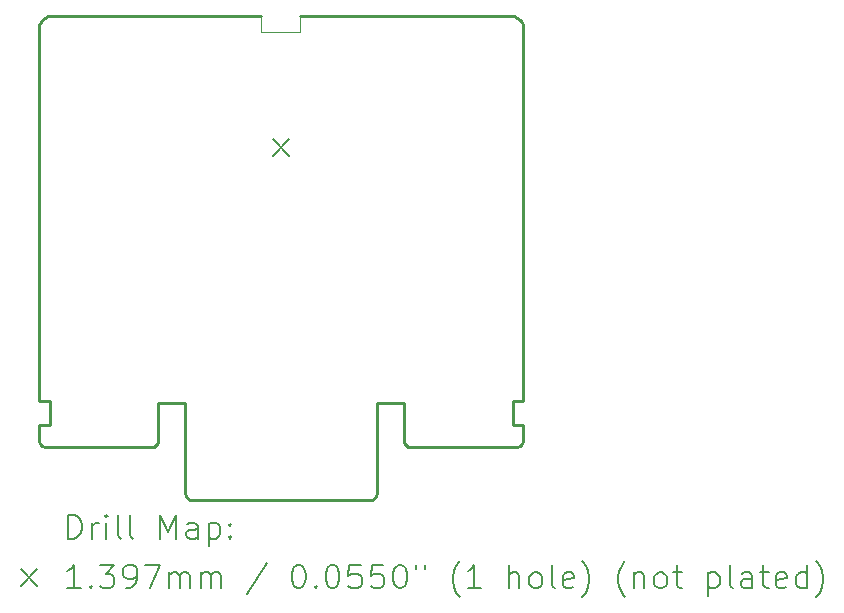
<source format=gbr>
%TF.GenerationSoftware,KiCad,Pcbnew,7.0.7*%
%TF.CreationDate,2024-03-29T16:46:14+10:30*%
%TF.ProjectId,hawk,6861776b-2e6b-4696-9361-645f70636258,1*%
%TF.SameCoordinates,Original*%
%TF.FileFunction,Drillmap*%
%TF.FilePolarity,Positive*%
%FSLAX45Y45*%
G04 Gerber Fmt 4.5, Leading zero omitted, Abs format (unit mm)*
G04 Created by KiCad (PCBNEW 7.0.7) date 2024-03-29 16:46:14*
%MOMM*%
%LPD*%
G01*
G04 APERTURE LIST*
%ADD10C,0.254000*%
%ADD11C,0.100000*%
%ADD12C,0.200000*%
%ADD13C,0.139700*%
G04 APERTURE END LIST*
D10*
X14697630Y-8187650D02*
X12914550Y-8187650D01*
X15943130Y-11832890D02*
X15967050Y-11837650D01*
X12821250Y-11812650D02*
X12839550Y-11830950D01*
X13819790Y-11799070D02*
X13824550Y-11775150D01*
D11*
X15027630Y-8187650D02*
X15027630Y-8324900D01*
D10*
X16914550Y-11447650D02*
X16824550Y-11447650D01*
X16864550Y-11837650D02*
X16889550Y-11830950D01*
X12843840Y-8216940D02*
X12827950Y-8237650D01*
X16907850Y-11812650D02*
X16914550Y-11787650D01*
X16911140Y-8261770D02*
X16901150Y-8237650D01*
X16864550Y-11837650D02*
X15967050Y-11837650D01*
X12827950Y-8237650D02*
X12817960Y-8261770D01*
X13785970Y-11832890D02*
X13806240Y-11819340D01*
X12817960Y-8261770D02*
X12814550Y-8287650D01*
X15922860Y-11819340D02*
X15943130Y-11832890D01*
X12839550Y-11830950D02*
X12864550Y-11837650D01*
X13806240Y-11819340D02*
X13819790Y-11799070D01*
X14053550Y-11462650D02*
X13825800Y-11462650D01*
X14071860Y-12269340D02*
X14092130Y-12282890D01*
X16864550Y-8201050D02*
X16840430Y-8191060D01*
X14092130Y-12282890D02*
X14116050Y-12287650D01*
X16824550Y-11447650D02*
X16824550Y-11647650D01*
X15657240Y-12269340D02*
X15670790Y-12249070D01*
X15613050Y-12287650D02*
X14116050Y-12287650D01*
X16889550Y-11830950D02*
X16907850Y-11812650D01*
X15670790Y-12249070D02*
X15675550Y-12225150D01*
X13762050Y-11837650D02*
X13785970Y-11832890D01*
X13762050Y-11837650D02*
X12864550Y-11837650D01*
X14058310Y-12249070D02*
X14071860Y-12269340D01*
X15904550Y-11462650D02*
X15904550Y-11775150D01*
X12864550Y-8201050D02*
X12843840Y-8216940D01*
X12914550Y-8187650D02*
X12888670Y-8191060D01*
X12904550Y-11647650D02*
X12814550Y-11647650D01*
X16914550Y-11647650D02*
X16824550Y-11647650D01*
X16814550Y-8187650D02*
X15027630Y-8187650D01*
X15613050Y-12287650D02*
X15636970Y-12282890D01*
X14053550Y-12225150D02*
X14058310Y-12249070D01*
X12904550Y-11447650D02*
X12904550Y-11647650D01*
X16840430Y-8191060D02*
X16814550Y-8187650D01*
X16885260Y-8216940D02*
X16864550Y-8201050D01*
X12888670Y-8191060D02*
X12864550Y-8201050D01*
X12814550Y-8287650D02*
X12814550Y-11447650D01*
D11*
X15027630Y-8324900D02*
X14697630Y-8324900D01*
D10*
X12814550Y-11787650D02*
X12821250Y-11812650D01*
D11*
X14697630Y-8324900D02*
X14697630Y-8187650D01*
D10*
X15636970Y-12282890D02*
X15657240Y-12269340D01*
X13825800Y-11462650D02*
X13824550Y-11775150D01*
X15904550Y-11462650D02*
X15675550Y-11462650D01*
X12904550Y-11447650D02*
X12814550Y-11447650D01*
X12814550Y-11647650D02*
X12814550Y-11787650D01*
X15675550Y-11462650D02*
X15675550Y-12225150D01*
X14053550Y-11462650D02*
X14053550Y-12225150D01*
X16914550Y-8287650D02*
X16911140Y-8261770D01*
X15909310Y-11799070D02*
X15922860Y-11819340D01*
X16914550Y-8287650D02*
X16914550Y-11447650D01*
X16914550Y-11647650D02*
X16914550Y-11787650D01*
X16901150Y-8237650D02*
X16885260Y-8216940D01*
X15904550Y-11775150D02*
X15909310Y-11799070D01*
D12*
D13*
X14794480Y-9228840D02*
X14934180Y-9368540D01*
X14934180Y-9228840D02*
X14794480Y-9368540D01*
D12*
X13062627Y-12611834D02*
X13062627Y-12411834D01*
X13062627Y-12411834D02*
X13110246Y-12411834D01*
X13110246Y-12411834D02*
X13138817Y-12421358D01*
X13138817Y-12421358D02*
X13157865Y-12440405D01*
X13157865Y-12440405D02*
X13167389Y-12459453D01*
X13167389Y-12459453D02*
X13176912Y-12497548D01*
X13176912Y-12497548D02*
X13176912Y-12526119D01*
X13176912Y-12526119D02*
X13167389Y-12564215D01*
X13167389Y-12564215D02*
X13157865Y-12583262D01*
X13157865Y-12583262D02*
X13138817Y-12602310D01*
X13138817Y-12602310D02*
X13110246Y-12611834D01*
X13110246Y-12611834D02*
X13062627Y-12611834D01*
X13262627Y-12611834D02*
X13262627Y-12478500D01*
X13262627Y-12516596D02*
X13272151Y-12497548D01*
X13272151Y-12497548D02*
X13281674Y-12488024D01*
X13281674Y-12488024D02*
X13300722Y-12478500D01*
X13300722Y-12478500D02*
X13319770Y-12478500D01*
X13386436Y-12611834D02*
X13386436Y-12478500D01*
X13386436Y-12411834D02*
X13376912Y-12421358D01*
X13376912Y-12421358D02*
X13386436Y-12430881D01*
X13386436Y-12430881D02*
X13395960Y-12421358D01*
X13395960Y-12421358D02*
X13386436Y-12411834D01*
X13386436Y-12411834D02*
X13386436Y-12430881D01*
X13510246Y-12611834D02*
X13491198Y-12602310D01*
X13491198Y-12602310D02*
X13481674Y-12583262D01*
X13481674Y-12583262D02*
X13481674Y-12411834D01*
X13615008Y-12611834D02*
X13595960Y-12602310D01*
X13595960Y-12602310D02*
X13586436Y-12583262D01*
X13586436Y-12583262D02*
X13586436Y-12411834D01*
X13843579Y-12611834D02*
X13843579Y-12411834D01*
X13843579Y-12411834D02*
X13910246Y-12554691D01*
X13910246Y-12554691D02*
X13976912Y-12411834D01*
X13976912Y-12411834D02*
X13976912Y-12611834D01*
X14157865Y-12611834D02*
X14157865Y-12507072D01*
X14157865Y-12507072D02*
X14148341Y-12488024D01*
X14148341Y-12488024D02*
X14129293Y-12478500D01*
X14129293Y-12478500D02*
X14091198Y-12478500D01*
X14091198Y-12478500D02*
X14072151Y-12488024D01*
X14157865Y-12602310D02*
X14138817Y-12611834D01*
X14138817Y-12611834D02*
X14091198Y-12611834D01*
X14091198Y-12611834D02*
X14072151Y-12602310D01*
X14072151Y-12602310D02*
X14062627Y-12583262D01*
X14062627Y-12583262D02*
X14062627Y-12564215D01*
X14062627Y-12564215D02*
X14072151Y-12545167D01*
X14072151Y-12545167D02*
X14091198Y-12535643D01*
X14091198Y-12535643D02*
X14138817Y-12535643D01*
X14138817Y-12535643D02*
X14157865Y-12526119D01*
X14253103Y-12478500D02*
X14253103Y-12678500D01*
X14253103Y-12488024D02*
X14272151Y-12478500D01*
X14272151Y-12478500D02*
X14310246Y-12478500D01*
X14310246Y-12478500D02*
X14329293Y-12488024D01*
X14329293Y-12488024D02*
X14338817Y-12497548D01*
X14338817Y-12497548D02*
X14348341Y-12516596D01*
X14348341Y-12516596D02*
X14348341Y-12573738D01*
X14348341Y-12573738D02*
X14338817Y-12592786D01*
X14338817Y-12592786D02*
X14329293Y-12602310D01*
X14329293Y-12602310D02*
X14310246Y-12611834D01*
X14310246Y-12611834D02*
X14272151Y-12611834D01*
X14272151Y-12611834D02*
X14253103Y-12602310D01*
X14434055Y-12592786D02*
X14443579Y-12602310D01*
X14443579Y-12602310D02*
X14434055Y-12611834D01*
X14434055Y-12611834D02*
X14424532Y-12602310D01*
X14424532Y-12602310D02*
X14434055Y-12592786D01*
X14434055Y-12592786D02*
X14434055Y-12611834D01*
X14434055Y-12488024D02*
X14443579Y-12497548D01*
X14443579Y-12497548D02*
X14434055Y-12507072D01*
X14434055Y-12507072D02*
X14424532Y-12497548D01*
X14424532Y-12497548D02*
X14434055Y-12488024D01*
X14434055Y-12488024D02*
X14434055Y-12507072D01*
D13*
X12662150Y-12870500D02*
X12801850Y-13010200D01*
X12801850Y-12870500D02*
X12662150Y-13010200D01*
D12*
X13167389Y-13031834D02*
X13053103Y-13031834D01*
X13110246Y-13031834D02*
X13110246Y-12831834D01*
X13110246Y-12831834D02*
X13091198Y-12860405D01*
X13091198Y-12860405D02*
X13072151Y-12879453D01*
X13072151Y-12879453D02*
X13053103Y-12888977D01*
X13253103Y-13012786D02*
X13262627Y-13022310D01*
X13262627Y-13022310D02*
X13253103Y-13031834D01*
X13253103Y-13031834D02*
X13243579Y-13022310D01*
X13243579Y-13022310D02*
X13253103Y-13012786D01*
X13253103Y-13012786D02*
X13253103Y-13031834D01*
X13329293Y-12831834D02*
X13453103Y-12831834D01*
X13453103Y-12831834D02*
X13386436Y-12908024D01*
X13386436Y-12908024D02*
X13415008Y-12908024D01*
X13415008Y-12908024D02*
X13434055Y-12917548D01*
X13434055Y-12917548D02*
X13443579Y-12927072D01*
X13443579Y-12927072D02*
X13453103Y-12946119D01*
X13453103Y-12946119D02*
X13453103Y-12993738D01*
X13453103Y-12993738D02*
X13443579Y-13012786D01*
X13443579Y-13012786D02*
X13434055Y-13022310D01*
X13434055Y-13022310D02*
X13415008Y-13031834D01*
X13415008Y-13031834D02*
X13357865Y-13031834D01*
X13357865Y-13031834D02*
X13338817Y-13022310D01*
X13338817Y-13022310D02*
X13329293Y-13012786D01*
X13548341Y-13031834D02*
X13586436Y-13031834D01*
X13586436Y-13031834D02*
X13605484Y-13022310D01*
X13605484Y-13022310D02*
X13615008Y-13012786D01*
X13615008Y-13012786D02*
X13634055Y-12984215D01*
X13634055Y-12984215D02*
X13643579Y-12946119D01*
X13643579Y-12946119D02*
X13643579Y-12869929D01*
X13643579Y-12869929D02*
X13634055Y-12850881D01*
X13634055Y-12850881D02*
X13624532Y-12841358D01*
X13624532Y-12841358D02*
X13605484Y-12831834D01*
X13605484Y-12831834D02*
X13567389Y-12831834D01*
X13567389Y-12831834D02*
X13548341Y-12841358D01*
X13548341Y-12841358D02*
X13538817Y-12850881D01*
X13538817Y-12850881D02*
X13529293Y-12869929D01*
X13529293Y-12869929D02*
X13529293Y-12917548D01*
X13529293Y-12917548D02*
X13538817Y-12936596D01*
X13538817Y-12936596D02*
X13548341Y-12946119D01*
X13548341Y-12946119D02*
X13567389Y-12955643D01*
X13567389Y-12955643D02*
X13605484Y-12955643D01*
X13605484Y-12955643D02*
X13624532Y-12946119D01*
X13624532Y-12946119D02*
X13634055Y-12936596D01*
X13634055Y-12936596D02*
X13643579Y-12917548D01*
X13710246Y-12831834D02*
X13843579Y-12831834D01*
X13843579Y-12831834D02*
X13757865Y-13031834D01*
X13919770Y-13031834D02*
X13919770Y-12898500D01*
X13919770Y-12917548D02*
X13929293Y-12908024D01*
X13929293Y-12908024D02*
X13948341Y-12898500D01*
X13948341Y-12898500D02*
X13976913Y-12898500D01*
X13976913Y-12898500D02*
X13995960Y-12908024D01*
X13995960Y-12908024D02*
X14005484Y-12927072D01*
X14005484Y-12927072D02*
X14005484Y-13031834D01*
X14005484Y-12927072D02*
X14015008Y-12908024D01*
X14015008Y-12908024D02*
X14034055Y-12898500D01*
X14034055Y-12898500D02*
X14062627Y-12898500D01*
X14062627Y-12898500D02*
X14081674Y-12908024D01*
X14081674Y-12908024D02*
X14091198Y-12927072D01*
X14091198Y-12927072D02*
X14091198Y-13031834D01*
X14186436Y-13031834D02*
X14186436Y-12898500D01*
X14186436Y-12917548D02*
X14195960Y-12908024D01*
X14195960Y-12908024D02*
X14215008Y-12898500D01*
X14215008Y-12898500D02*
X14243579Y-12898500D01*
X14243579Y-12898500D02*
X14262627Y-12908024D01*
X14262627Y-12908024D02*
X14272151Y-12927072D01*
X14272151Y-12927072D02*
X14272151Y-13031834D01*
X14272151Y-12927072D02*
X14281674Y-12908024D01*
X14281674Y-12908024D02*
X14300722Y-12898500D01*
X14300722Y-12898500D02*
X14329293Y-12898500D01*
X14329293Y-12898500D02*
X14348341Y-12908024D01*
X14348341Y-12908024D02*
X14357865Y-12927072D01*
X14357865Y-12927072D02*
X14357865Y-13031834D01*
X14748341Y-12822310D02*
X14576913Y-13079453D01*
X15005484Y-12831834D02*
X15024532Y-12831834D01*
X15024532Y-12831834D02*
X15043579Y-12841358D01*
X15043579Y-12841358D02*
X15053103Y-12850881D01*
X15053103Y-12850881D02*
X15062627Y-12869929D01*
X15062627Y-12869929D02*
X15072151Y-12908024D01*
X15072151Y-12908024D02*
X15072151Y-12955643D01*
X15072151Y-12955643D02*
X15062627Y-12993738D01*
X15062627Y-12993738D02*
X15053103Y-13012786D01*
X15053103Y-13012786D02*
X15043579Y-13022310D01*
X15043579Y-13022310D02*
X15024532Y-13031834D01*
X15024532Y-13031834D02*
X15005484Y-13031834D01*
X15005484Y-13031834D02*
X14986436Y-13022310D01*
X14986436Y-13022310D02*
X14976913Y-13012786D01*
X14976913Y-13012786D02*
X14967389Y-12993738D01*
X14967389Y-12993738D02*
X14957865Y-12955643D01*
X14957865Y-12955643D02*
X14957865Y-12908024D01*
X14957865Y-12908024D02*
X14967389Y-12869929D01*
X14967389Y-12869929D02*
X14976913Y-12850881D01*
X14976913Y-12850881D02*
X14986436Y-12841358D01*
X14986436Y-12841358D02*
X15005484Y-12831834D01*
X15157865Y-13012786D02*
X15167389Y-13022310D01*
X15167389Y-13022310D02*
X15157865Y-13031834D01*
X15157865Y-13031834D02*
X15148341Y-13022310D01*
X15148341Y-13022310D02*
X15157865Y-13012786D01*
X15157865Y-13012786D02*
X15157865Y-13031834D01*
X15291198Y-12831834D02*
X15310246Y-12831834D01*
X15310246Y-12831834D02*
X15329294Y-12841358D01*
X15329294Y-12841358D02*
X15338817Y-12850881D01*
X15338817Y-12850881D02*
X15348341Y-12869929D01*
X15348341Y-12869929D02*
X15357865Y-12908024D01*
X15357865Y-12908024D02*
X15357865Y-12955643D01*
X15357865Y-12955643D02*
X15348341Y-12993738D01*
X15348341Y-12993738D02*
X15338817Y-13012786D01*
X15338817Y-13012786D02*
X15329294Y-13022310D01*
X15329294Y-13022310D02*
X15310246Y-13031834D01*
X15310246Y-13031834D02*
X15291198Y-13031834D01*
X15291198Y-13031834D02*
X15272151Y-13022310D01*
X15272151Y-13022310D02*
X15262627Y-13012786D01*
X15262627Y-13012786D02*
X15253103Y-12993738D01*
X15253103Y-12993738D02*
X15243579Y-12955643D01*
X15243579Y-12955643D02*
X15243579Y-12908024D01*
X15243579Y-12908024D02*
X15253103Y-12869929D01*
X15253103Y-12869929D02*
X15262627Y-12850881D01*
X15262627Y-12850881D02*
X15272151Y-12841358D01*
X15272151Y-12841358D02*
X15291198Y-12831834D01*
X15538817Y-12831834D02*
X15443579Y-12831834D01*
X15443579Y-12831834D02*
X15434056Y-12927072D01*
X15434056Y-12927072D02*
X15443579Y-12917548D01*
X15443579Y-12917548D02*
X15462627Y-12908024D01*
X15462627Y-12908024D02*
X15510246Y-12908024D01*
X15510246Y-12908024D02*
X15529294Y-12917548D01*
X15529294Y-12917548D02*
X15538817Y-12927072D01*
X15538817Y-12927072D02*
X15548341Y-12946119D01*
X15548341Y-12946119D02*
X15548341Y-12993738D01*
X15548341Y-12993738D02*
X15538817Y-13012786D01*
X15538817Y-13012786D02*
X15529294Y-13022310D01*
X15529294Y-13022310D02*
X15510246Y-13031834D01*
X15510246Y-13031834D02*
X15462627Y-13031834D01*
X15462627Y-13031834D02*
X15443579Y-13022310D01*
X15443579Y-13022310D02*
X15434056Y-13012786D01*
X15729294Y-12831834D02*
X15634056Y-12831834D01*
X15634056Y-12831834D02*
X15624532Y-12927072D01*
X15624532Y-12927072D02*
X15634056Y-12917548D01*
X15634056Y-12917548D02*
X15653103Y-12908024D01*
X15653103Y-12908024D02*
X15700722Y-12908024D01*
X15700722Y-12908024D02*
X15719770Y-12917548D01*
X15719770Y-12917548D02*
X15729294Y-12927072D01*
X15729294Y-12927072D02*
X15738817Y-12946119D01*
X15738817Y-12946119D02*
X15738817Y-12993738D01*
X15738817Y-12993738D02*
X15729294Y-13012786D01*
X15729294Y-13012786D02*
X15719770Y-13022310D01*
X15719770Y-13022310D02*
X15700722Y-13031834D01*
X15700722Y-13031834D02*
X15653103Y-13031834D01*
X15653103Y-13031834D02*
X15634056Y-13022310D01*
X15634056Y-13022310D02*
X15624532Y-13012786D01*
X15862627Y-12831834D02*
X15881675Y-12831834D01*
X15881675Y-12831834D02*
X15900722Y-12841358D01*
X15900722Y-12841358D02*
X15910246Y-12850881D01*
X15910246Y-12850881D02*
X15919770Y-12869929D01*
X15919770Y-12869929D02*
X15929294Y-12908024D01*
X15929294Y-12908024D02*
X15929294Y-12955643D01*
X15929294Y-12955643D02*
X15919770Y-12993738D01*
X15919770Y-12993738D02*
X15910246Y-13012786D01*
X15910246Y-13012786D02*
X15900722Y-13022310D01*
X15900722Y-13022310D02*
X15881675Y-13031834D01*
X15881675Y-13031834D02*
X15862627Y-13031834D01*
X15862627Y-13031834D02*
X15843579Y-13022310D01*
X15843579Y-13022310D02*
X15834056Y-13012786D01*
X15834056Y-13012786D02*
X15824532Y-12993738D01*
X15824532Y-12993738D02*
X15815008Y-12955643D01*
X15815008Y-12955643D02*
X15815008Y-12908024D01*
X15815008Y-12908024D02*
X15824532Y-12869929D01*
X15824532Y-12869929D02*
X15834056Y-12850881D01*
X15834056Y-12850881D02*
X15843579Y-12841358D01*
X15843579Y-12841358D02*
X15862627Y-12831834D01*
X16005484Y-12831834D02*
X16005484Y-12869929D01*
X16081675Y-12831834D02*
X16081675Y-12869929D01*
X16376913Y-13108024D02*
X16367389Y-13098500D01*
X16367389Y-13098500D02*
X16348341Y-13069929D01*
X16348341Y-13069929D02*
X16338818Y-13050881D01*
X16338818Y-13050881D02*
X16329294Y-13022310D01*
X16329294Y-13022310D02*
X16319770Y-12974691D01*
X16319770Y-12974691D02*
X16319770Y-12936596D01*
X16319770Y-12936596D02*
X16329294Y-12888977D01*
X16329294Y-12888977D02*
X16338818Y-12860405D01*
X16338818Y-12860405D02*
X16348341Y-12841358D01*
X16348341Y-12841358D02*
X16367389Y-12812786D01*
X16367389Y-12812786D02*
X16376913Y-12803262D01*
X16557865Y-13031834D02*
X16443579Y-13031834D01*
X16500722Y-13031834D02*
X16500722Y-12831834D01*
X16500722Y-12831834D02*
X16481675Y-12860405D01*
X16481675Y-12860405D02*
X16462627Y-12879453D01*
X16462627Y-12879453D02*
X16443579Y-12888977D01*
X16795961Y-13031834D02*
X16795961Y-12831834D01*
X16881675Y-13031834D02*
X16881675Y-12927072D01*
X16881675Y-12927072D02*
X16872151Y-12908024D01*
X16872151Y-12908024D02*
X16853103Y-12898500D01*
X16853103Y-12898500D02*
X16824532Y-12898500D01*
X16824532Y-12898500D02*
X16805484Y-12908024D01*
X16805484Y-12908024D02*
X16795961Y-12917548D01*
X17005484Y-13031834D02*
X16986437Y-13022310D01*
X16986437Y-13022310D02*
X16976913Y-13012786D01*
X16976913Y-13012786D02*
X16967389Y-12993738D01*
X16967389Y-12993738D02*
X16967389Y-12936596D01*
X16967389Y-12936596D02*
X16976913Y-12917548D01*
X16976913Y-12917548D02*
X16986437Y-12908024D01*
X16986437Y-12908024D02*
X17005484Y-12898500D01*
X17005484Y-12898500D02*
X17034056Y-12898500D01*
X17034056Y-12898500D02*
X17053103Y-12908024D01*
X17053103Y-12908024D02*
X17062627Y-12917548D01*
X17062627Y-12917548D02*
X17072151Y-12936596D01*
X17072151Y-12936596D02*
X17072151Y-12993738D01*
X17072151Y-12993738D02*
X17062627Y-13012786D01*
X17062627Y-13012786D02*
X17053103Y-13022310D01*
X17053103Y-13022310D02*
X17034056Y-13031834D01*
X17034056Y-13031834D02*
X17005484Y-13031834D01*
X17186437Y-13031834D02*
X17167389Y-13022310D01*
X17167389Y-13022310D02*
X17157865Y-13003262D01*
X17157865Y-13003262D02*
X17157865Y-12831834D01*
X17338818Y-13022310D02*
X17319770Y-13031834D01*
X17319770Y-13031834D02*
X17281675Y-13031834D01*
X17281675Y-13031834D02*
X17262627Y-13022310D01*
X17262627Y-13022310D02*
X17253103Y-13003262D01*
X17253103Y-13003262D02*
X17253103Y-12927072D01*
X17253103Y-12927072D02*
X17262627Y-12908024D01*
X17262627Y-12908024D02*
X17281675Y-12898500D01*
X17281675Y-12898500D02*
X17319770Y-12898500D01*
X17319770Y-12898500D02*
X17338818Y-12908024D01*
X17338818Y-12908024D02*
X17348342Y-12927072D01*
X17348342Y-12927072D02*
X17348342Y-12946119D01*
X17348342Y-12946119D02*
X17253103Y-12965167D01*
X17415008Y-13108024D02*
X17424532Y-13098500D01*
X17424532Y-13098500D02*
X17443580Y-13069929D01*
X17443580Y-13069929D02*
X17453103Y-13050881D01*
X17453103Y-13050881D02*
X17462627Y-13022310D01*
X17462627Y-13022310D02*
X17472151Y-12974691D01*
X17472151Y-12974691D02*
X17472151Y-12936596D01*
X17472151Y-12936596D02*
X17462627Y-12888977D01*
X17462627Y-12888977D02*
X17453103Y-12860405D01*
X17453103Y-12860405D02*
X17443580Y-12841358D01*
X17443580Y-12841358D02*
X17424532Y-12812786D01*
X17424532Y-12812786D02*
X17415008Y-12803262D01*
X17776913Y-13108024D02*
X17767389Y-13098500D01*
X17767389Y-13098500D02*
X17748342Y-13069929D01*
X17748342Y-13069929D02*
X17738818Y-13050881D01*
X17738818Y-13050881D02*
X17729294Y-13022310D01*
X17729294Y-13022310D02*
X17719770Y-12974691D01*
X17719770Y-12974691D02*
X17719770Y-12936596D01*
X17719770Y-12936596D02*
X17729294Y-12888977D01*
X17729294Y-12888977D02*
X17738818Y-12860405D01*
X17738818Y-12860405D02*
X17748342Y-12841358D01*
X17748342Y-12841358D02*
X17767389Y-12812786D01*
X17767389Y-12812786D02*
X17776913Y-12803262D01*
X17853103Y-12898500D02*
X17853103Y-13031834D01*
X17853103Y-12917548D02*
X17862627Y-12908024D01*
X17862627Y-12908024D02*
X17881675Y-12898500D01*
X17881675Y-12898500D02*
X17910246Y-12898500D01*
X17910246Y-12898500D02*
X17929294Y-12908024D01*
X17929294Y-12908024D02*
X17938818Y-12927072D01*
X17938818Y-12927072D02*
X17938818Y-13031834D01*
X18062627Y-13031834D02*
X18043580Y-13022310D01*
X18043580Y-13022310D02*
X18034056Y-13012786D01*
X18034056Y-13012786D02*
X18024532Y-12993738D01*
X18024532Y-12993738D02*
X18024532Y-12936596D01*
X18024532Y-12936596D02*
X18034056Y-12917548D01*
X18034056Y-12917548D02*
X18043580Y-12908024D01*
X18043580Y-12908024D02*
X18062627Y-12898500D01*
X18062627Y-12898500D02*
X18091199Y-12898500D01*
X18091199Y-12898500D02*
X18110246Y-12908024D01*
X18110246Y-12908024D02*
X18119770Y-12917548D01*
X18119770Y-12917548D02*
X18129294Y-12936596D01*
X18129294Y-12936596D02*
X18129294Y-12993738D01*
X18129294Y-12993738D02*
X18119770Y-13012786D01*
X18119770Y-13012786D02*
X18110246Y-13022310D01*
X18110246Y-13022310D02*
X18091199Y-13031834D01*
X18091199Y-13031834D02*
X18062627Y-13031834D01*
X18186437Y-12898500D02*
X18262627Y-12898500D01*
X18215008Y-12831834D02*
X18215008Y-13003262D01*
X18215008Y-13003262D02*
X18224532Y-13022310D01*
X18224532Y-13022310D02*
X18243580Y-13031834D01*
X18243580Y-13031834D02*
X18262627Y-13031834D01*
X18481675Y-12898500D02*
X18481675Y-13098500D01*
X18481675Y-12908024D02*
X18500723Y-12898500D01*
X18500723Y-12898500D02*
X18538818Y-12898500D01*
X18538818Y-12898500D02*
X18557865Y-12908024D01*
X18557865Y-12908024D02*
X18567389Y-12917548D01*
X18567389Y-12917548D02*
X18576913Y-12936596D01*
X18576913Y-12936596D02*
X18576913Y-12993738D01*
X18576913Y-12993738D02*
X18567389Y-13012786D01*
X18567389Y-13012786D02*
X18557865Y-13022310D01*
X18557865Y-13022310D02*
X18538818Y-13031834D01*
X18538818Y-13031834D02*
X18500723Y-13031834D01*
X18500723Y-13031834D02*
X18481675Y-13022310D01*
X18691199Y-13031834D02*
X18672151Y-13022310D01*
X18672151Y-13022310D02*
X18662627Y-13003262D01*
X18662627Y-13003262D02*
X18662627Y-12831834D01*
X18853104Y-13031834D02*
X18853104Y-12927072D01*
X18853104Y-12927072D02*
X18843580Y-12908024D01*
X18843580Y-12908024D02*
X18824532Y-12898500D01*
X18824532Y-12898500D02*
X18786437Y-12898500D01*
X18786437Y-12898500D02*
X18767389Y-12908024D01*
X18853104Y-13022310D02*
X18834056Y-13031834D01*
X18834056Y-13031834D02*
X18786437Y-13031834D01*
X18786437Y-13031834D02*
X18767389Y-13022310D01*
X18767389Y-13022310D02*
X18757865Y-13003262D01*
X18757865Y-13003262D02*
X18757865Y-12984215D01*
X18757865Y-12984215D02*
X18767389Y-12965167D01*
X18767389Y-12965167D02*
X18786437Y-12955643D01*
X18786437Y-12955643D02*
X18834056Y-12955643D01*
X18834056Y-12955643D02*
X18853104Y-12946119D01*
X18919770Y-12898500D02*
X18995961Y-12898500D01*
X18948342Y-12831834D02*
X18948342Y-13003262D01*
X18948342Y-13003262D02*
X18957865Y-13022310D01*
X18957865Y-13022310D02*
X18976913Y-13031834D01*
X18976913Y-13031834D02*
X18995961Y-13031834D01*
X19138818Y-13022310D02*
X19119770Y-13031834D01*
X19119770Y-13031834D02*
X19081675Y-13031834D01*
X19081675Y-13031834D02*
X19062627Y-13022310D01*
X19062627Y-13022310D02*
X19053104Y-13003262D01*
X19053104Y-13003262D02*
X19053104Y-12927072D01*
X19053104Y-12927072D02*
X19062627Y-12908024D01*
X19062627Y-12908024D02*
X19081675Y-12898500D01*
X19081675Y-12898500D02*
X19119770Y-12898500D01*
X19119770Y-12898500D02*
X19138818Y-12908024D01*
X19138818Y-12908024D02*
X19148342Y-12927072D01*
X19148342Y-12927072D02*
X19148342Y-12946119D01*
X19148342Y-12946119D02*
X19053104Y-12965167D01*
X19319770Y-13031834D02*
X19319770Y-12831834D01*
X19319770Y-13022310D02*
X19300723Y-13031834D01*
X19300723Y-13031834D02*
X19262627Y-13031834D01*
X19262627Y-13031834D02*
X19243580Y-13022310D01*
X19243580Y-13022310D02*
X19234056Y-13012786D01*
X19234056Y-13012786D02*
X19224532Y-12993738D01*
X19224532Y-12993738D02*
X19224532Y-12936596D01*
X19224532Y-12936596D02*
X19234056Y-12917548D01*
X19234056Y-12917548D02*
X19243580Y-12908024D01*
X19243580Y-12908024D02*
X19262627Y-12898500D01*
X19262627Y-12898500D02*
X19300723Y-12898500D01*
X19300723Y-12898500D02*
X19319770Y-12908024D01*
X19395961Y-13108024D02*
X19405485Y-13098500D01*
X19405485Y-13098500D02*
X19424532Y-13069929D01*
X19424532Y-13069929D02*
X19434056Y-13050881D01*
X19434056Y-13050881D02*
X19443580Y-13022310D01*
X19443580Y-13022310D02*
X19453104Y-12974691D01*
X19453104Y-12974691D02*
X19453104Y-12936596D01*
X19453104Y-12936596D02*
X19443580Y-12888977D01*
X19443580Y-12888977D02*
X19434056Y-12860405D01*
X19434056Y-12860405D02*
X19424532Y-12841358D01*
X19424532Y-12841358D02*
X19405485Y-12812786D01*
X19405485Y-12812786D02*
X19395961Y-12803262D01*
M02*

</source>
